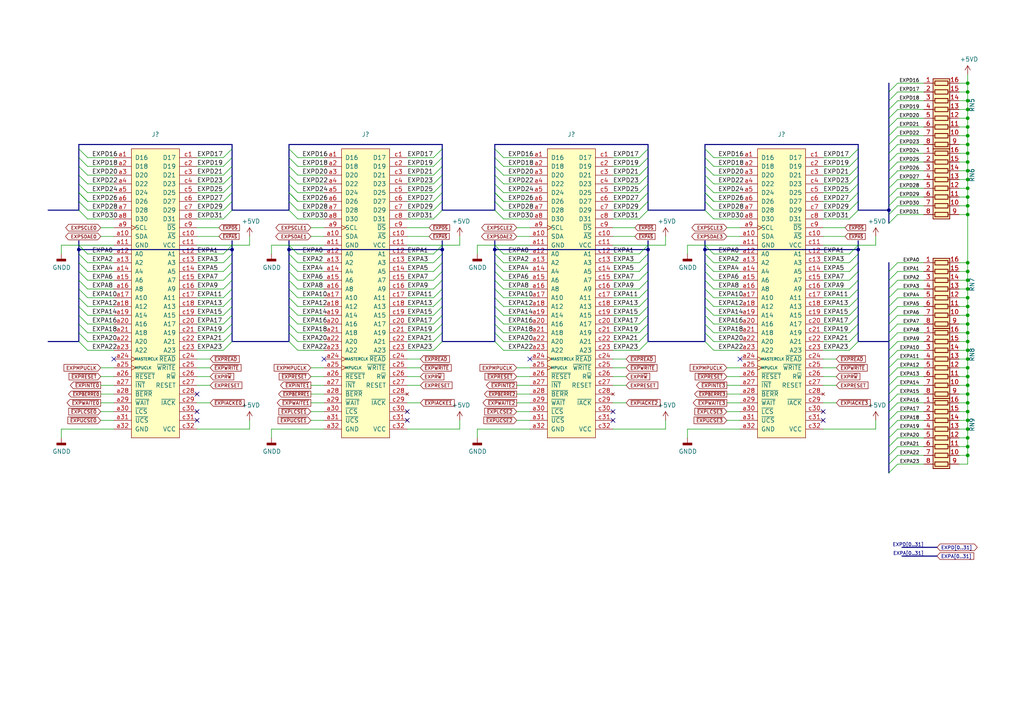
<source format=kicad_sch>
(kicad_sch (version 20211123) (generator eeschema)
  (paper "A4")
  (title_block (title "MAXI030 - 68030 based expandable computer") (date "2021-10-02") (comment 1 "Lawrence Manning"))
  (junction (at 280.67 24.13))
  (junction (at 280.67 86.36))
  (junction (at 280.67 88.9))
  (junction (at 22.86 72.39))
  (junction (at 280.67 57.15))
  (junction (at 248.92 72.39))
  (junction (at 128.27 72.39))
  (junction (at 280.67 121.92))
  (junction (at 280.67 29.21))
  (junction (at 280.67 93.98))
  (junction (at 280.67 59.69))
  (junction (at 280.67 36.83))
  (junction (at 280.67 99.06))
  (junction (at 280.67 116.84))
  (junction (at 280.67 46.99))
  (junction (at 280.67 106.68))
  (junction (at 280.67 52.07))
  (junction (at 83.82 72.39))
  (junction (at 280.67 81.28))
  (junction (at 67.31 72.39))
  (junction (at 280.67 34.29))
  (junction (at 280.67 119.38))
  (junction (at 280.67 39.37))
  (junction (at 280.67 104.14))
  (junction (at 280.67 76.2))
  (junction (at 280.67 83.82))
  (junction (at 280.67 91.44))
  (junction (at 280.67 96.52))
  (junction (at 280.67 129.54))
  (junction (at 280.67 62.23))
  (junction (at 280.67 44.45))
  (junction (at 187.96 72.39))
  (junction (at 204.47 72.39))
  (junction (at 280.67 41.91))
  (junction (at 280.67 49.53))
  (junction (at 280.67 127))
  (junction (at 280.67 54.61))
  (junction (at 280.67 31.75))
  (junction (at 280.67 132.08))
  (junction (at 280.67 101.6))
  (junction (at 280.67 111.76))
  (junction (at 280.67 78.74))
  (junction (at 280.67 114.3))
  (junction (at 280.67 124.46))
  (junction (at 280.67 26.67))
  (junction (at 143.51 72.39))
  (junction (at 280.67 109.22))
  (junction (at 257.81 60.96))
  (no_connect (at 57.15 121.92))
  (no_connect (at 118.11 121.92))
  (no_connect (at 153.67 104.14))
  (no_connect (at 177.8 119.38))
  (no_connect (at 33.02 104.14))
  (no_connect (at 238.76 119.38))
  (no_connect (at 57.15 119.38))
  (no_connect (at 177.8 121.92))
  (no_connect (at 214.63 104.14))
  (no_connect (at 238.76 121.92))
  (no_connect (at 93.98 104.14))
  (no_connect (at 57.15 114.3))
  (no_connect (at 118.11 119.38))
  (bus_entry (at 143.51 50.8) (size 2.54 2.54))
  (bus_entry (at 125.73 83.82) (size 2.54 -2.54))
  (bus_entry (at 83.82 96.52) (size 2.54 2.54))
  (bus_entry (at 143.51 78.74) (size 2.54 2.54))
  (bus_entry (at 143.51 83.82) (size 2.54 2.54))
  (bus_entry (at 64.77 99.06) (size 2.54 -2.54))
  (bus_entry (at 260.35 41.91) (size -2.54 2.54))
  (bus_entry (at 260.35 83.82) (size -2.54 2.54))
  (bus_entry (at 185.42 50.8) (size 2.54 -2.54))
  (bus_entry (at 83.82 48.26) (size 2.54 2.54))
  (bus_entry (at 204.47 88.9) (size 2.54 2.54))
  (bus_entry (at 125.73 48.26) (size 2.54 -2.54))
  (bus_entry (at 125.73 93.98) (size 2.54 -2.54))
  (bus_entry (at 246.38 73.66) (size 2.54 -2.54))
  (bus_entry (at 204.47 55.88) (size 2.54 2.54))
  (bus_entry (at 246.38 81.28) (size 2.54 -2.54))
  (bus_entry (at 260.35 132.08) (size -2.54 2.54))
  (bus_entry (at 143.51 58.42) (size 2.54 2.54))
  (bus_entry (at 143.51 48.26) (size 2.54 2.54))
  (bus_entry (at 260.35 114.3) (size -2.54 2.54))
  (bus_entry (at 185.42 45.72) (size 2.54 -2.54))
  (bus_entry (at 64.77 78.74) (size 2.54 -2.54))
  (bus_entry (at 260.35 54.61) (size -2.54 2.54))
  (bus_entry (at 204.47 43.18) (size 2.54 2.54))
  (bus_entry (at 22.86 60.96) (size 2.54 2.54))
  (bus_entry (at 64.77 55.88) (size 2.54 -2.54))
  (bus_entry (at 260.35 86.36) (size -2.54 2.54))
  (bus_entry (at 204.47 73.66) (size 2.54 2.54))
  (bus_entry (at 83.82 53.34) (size 2.54 2.54))
  (bus_entry (at 64.77 73.66) (size 2.54 -2.54))
  (bus_entry (at 22.86 78.74) (size 2.54 2.54))
  (bus_entry (at 185.42 86.36) (size 2.54 -2.54))
  (bus_entry (at 260.35 34.29) (size -2.54 2.54))
  (bus_entry (at 185.42 55.88) (size 2.54 -2.54))
  (bus_entry (at 260.35 99.06) (size -2.54 2.54))
  (bus_entry (at 125.73 63.5) (size 2.54 -2.54))
  (bus_entry (at 246.38 48.26) (size 2.54 -2.54))
  (bus_entry (at 246.38 91.44) (size 2.54 -2.54))
  (bus_entry (at 143.51 55.88) (size 2.54 2.54))
  (bus_entry (at 143.51 76.2) (size 2.54 2.54))
  (bus_entry (at 22.86 53.34) (size 2.54 2.54))
  (bus_entry (at 260.35 121.92) (size -2.54 2.54))
  (bus_entry (at 125.73 60.96) (size 2.54 -2.54))
  (bus_entry (at 260.35 124.46) (size -2.54 2.54))
  (bus_entry (at 260.35 76.2) (size -2.54 2.54))
  (bus_entry (at 143.51 60.96) (size 2.54 2.54))
  (bus_entry (at 64.77 96.52) (size 2.54 -2.54))
  (bus_entry (at 83.82 83.82) (size 2.54 2.54))
  (bus_entry (at 143.51 81.28) (size 2.54 2.54))
  (bus_entry (at 260.35 104.14) (size -2.54 2.54))
  (bus_entry (at 204.47 76.2) (size 2.54 2.54))
  (bus_entry (at 125.73 91.44) (size 2.54 -2.54))
  (bus_entry (at 260.35 57.15) (size -2.54 2.54))
  (bus_entry (at 246.38 93.98) (size 2.54 -2.54))
  (bus_entry (at 204.47 78.74) (size 2.54 2.54))
  (bus_entry (at 246.38 99.06) (size 2.54 -2.54))
  (bus_entry (at 260.35 78.74) (size -2.54 2.54))
  (bus_entry (at 260.35 93.98) (size -2.54 2.54))
  (bus_entry (at 125.73 73.66) (size 2.54 -2.54))
  (bus_entry (at 246.38 53.34) (size 2.54 -2.54))
  (bus_entry (at 246.38 83.82) (size 2.54 -2.54))
  (bus_entry (at 125.73 86.36) (size 2.54 -2.54))
  (bus_entry (at 125.73 53.34) (size 2.54 -2.54))
  (bus_entry (at 204.47 45.72) (size 2.54 2.54))
  (bus_entry (at 22.86 48.26) (size 2.54 2.54))
  (bus_entry (at 204.47 86.36) (size 2.54 2.54))
  (bus_entry (at 64.77 63.5) (size 2.54 -2.54))
  (bus_entry (at 22.86 91.44) (size 2.54 2.54))
  (bus_entry (at 260.35 116.84) (size -2.54 2.54))
  (bus_entry (at 143.51 71.12) (size 2.54 2.54))
  (bus_entry (at 22.86 55.88) (size 2.54 2.54))
  (bus_entry (at 246.38 58.42) (size 2.54 -2.54))
  (bus_entry (at 64.77 91.44) (size 2.54 -2.54))
  (bus_entry (at 185.42 91.44) (size 2.54 -2.54))
  (bus_entry (at 83.82 45.72) (size 2.54 2.54))
  (bus_entry (at 22.86 81.28) (size 2.54 2.54))
  (bus_entry (at 143.51 86.36) (size 2.54 2.54))
  (bus_entry (at 260.35 91.44) (size -2.54 2.54))
  (bus_entry (at 22.86 88.9) (size 2.54 2.54))
  (bus_entry (at 204.47 71.12) (size 2.54 2.54))
  (bus_entry (at 260.35 24.13) (size -2.54 2.54))
  (bus_entry (at 260.35 88.9) (size -2.54 2.54))
  (bus_entry (at 185.42 53.34) (size 2.54 -2.54))
  (bus_entry (at 260.35 36.83) (size -2.54 2.54))
  (bus_entry (at 143.51 43.18) (size 2.54 2.54))
  (bus_entry (at 260.35 119.38) (size -2.54 2.54))
  (bus_entry (at 185.42 101.6) (size 2.54 -2.54))
  (bus_entry (at 143.51 88.9) (size 2.54 2.54))
  (bus_entry (at 246.38 101.6) (size 2.54 -2.54))
  (bus_entry (at 143.51 96.52) (size 2.54 2.54))
  (bus_entry (at 125.73 76.2) (size 2.54 -2.54))
  (bus_entry (at 246.38 88.9) (size 2.54 -2.54))
  (bus_entry (at 260.35 101.6) (size -2.54 2.54))
  (bus_entry (at 246.38 63.5) (size 2.54 -2.54))
  (bus_entry (at 83.82 78.74) (size 2.54 2.54))
  (bus_entry (at 22.86 99.06) (size 2.54 2.54))
  (bus_entry (at 83.82 60.96) (size 2.54 2.54))
  (bus_entry (at 260.35 109.22) (size -2.54 2.54))
  (bus_entry (at 143.51 45.72) (size 2.54 2.54))
  (bus_entry (at 204.47 81.28) (size 2.54 2.54))
  (bus_entry (at 204.47 96.52) (size 2.54 2.54))
  (bus_entry (at 125.73 50.8) (size 2.54 -2.54))
  (bus_entry (at 125.73 45.72) (size 2.54 -2.54))
  (bus_entry (at 22.86 93.98) (size 2.54 2.54))
  (bus_entry (at 64.77 101.6) (size 2.54 -2.54))
  (bus_entry (at 204.47 99.06) (size 2.54 2.54))
  (bus_entry (at 83.82 91.44) (size 2.54 2.54))
  (bus_entry (at 64.77 50.8) (size 2.54 -2.54))
  (bus_entry (at 64.77 53.34) (size 2.54 -2.54))
  (bus_entry (at 64.77 48.26) (size 2.54 -2.54))
  (bus_entry (at 204.47 60.96) (size 2.54 2.54))
  (bus_entry (at 246.38 78.74) (size 2.54 -2.54))
  (bus_entry (at 83.82 93.98) (size 2.54 2.54))
  (bus_entry (at 204.47 55.88) (size 2.54 2.54))
  (bus_entry (at 22.86 45.72) (size 2.54 2.54))
  (bus_entry (at 125.73 78.74) (size 2.54 -2.54))
  (bus_entry (at 64.77 88.9) (size 2.54 -2.54))
  (bus_entry (at 83.82 81.28) (size 2.54 2.54))
  (bus_entry (at 64.77 93.98) (size 2.54 -2.54))
  (bus_entry (at 83.82 50.8) (size 2.54 2.54))
  (bus_entry (at 185.42 76.2) (size 2.54 -2.54))
  (bus_entry (at 22.86 73.66) (size 2.54 2.54))
  (bus_entry (at 22.86 83.82) (size 2.54 2.54))
  (bus_entry (at 204.47 93.98) (size 2.54 2.54))
  (bus_entry (at 204.47 50.8) (size 2.54 2.54))
  (bus_entry (at 246.38 55.88) (size 2.54 -2.54))
  (bus_entry (at 246.38 76.2) (size 2.54 -2.54))
  (bus_entry (at 185.42 83.82) (size 2.54 -2.54))
  (bus_entry (at 260.35 44.45) (size -2.54 2.54))
  (bus_entry (at 185.42 78.74) (size 2.54 -2.54))
  (bus_entry (at 125.73 88.9) (size 2.54 -2.54))
  (bus_entry (at 83.82 99.06) (size 2.54 2.54))
  (bus_entry (at 83.82 55.88) (size 2.54 2.54))
  (bus_entry (at 260.35 106.68) (size -2.54 2.54))
  (bus_entry (at 246.38 45.72) (size 2.54 -2.54))
  (bus_entry (at 83.82 76.2) (size 2.54 2.54))
  (bus_entry (at 64.77 81.28) (size 2.54 -2.54))
  (bus_entry (at 83.82 71.12) (size 2.54 2.54))
  (bus_entry (at 260.35 49.53) (size -2.54 2.54))
  (bus_entry (at 260.35 62.23) (size -2.54 2.54))
  (bus_entry (at 22.86 43.18) (size 2.54 2.54))
  (bus_entry (at 185.42 58.42) (size 2.54 -2.54))
  (bus_entry (at 246.38 96.52) (size 2.54 -2.54))
  (bus_entry (at 260.35 129.54) (size -2.54 2.54))
  (bus_entry (at 260.35 81.28) (size -2.54 2.54))
  (bus_entry (at 143.51 99.06) (size 2.54 2.54))
  (bus_entry (at 143.51 73.66) (size 2.54 2.54))
  (bus_entry (at 185.42 63.5) (size 2.54 -2.54))
  (bus_entry (at 83.82 58.42) (size 2.54 2.54))
  (bus_entry (at 260.35 127) (size -2.54 2.54))
  (bus_entry (at 125.73 99.06) (size 2.54 -2.54))
  (bus_entry (at 125.73 96.52) (size 2.54 -2.54))
  (bus_entry (at 22.86 76.2) (size 2.54 2.54))
  (bus_entry (at 83.82 86.36) (size 2.54 2.54))
  (bus_entry (at 22.86 58.42) (size 2.54 2.54))
  (bus_entry (at 246.38 50.8) (size 2.54 -2.54))
  (bus_entry (at 64.77 86.36) (size 2.54 -2.54))
  (bus_entry (at 185.42 81.28) (size 2.54 -2.54))
  (bus_entry (at 185.42 99.06) (size 2.54 -2.54))
  (bus_entry (at 204.47 48.26) (size 2.54 2.54))
  (bus_entry (at 204.47 58.42) (size 2.54 2.54))
  (bus_entry (at 64.77 60.96) (size 2.54 -2.54))
  (bus_entry (at 83.82 55.88) (size 2.54 2.54))
  (bus_entry (at 125.73 81.28) (size 2.54 -2.54))
  (bus_entry (at 125.73 55.88) (size 2.54 -2.54))
  (bus_entry (at 83.82 73.66) (size 2.54 2.54))
  (bus_entry (at 185.42 88.9) (size 2.54 -2.54))
  (bus_entry (at 22.86 96.52) (size 2.54 2.54))
  (bus_entry (at 22.86 50.8) (size 2.54 2.54))
  (bus_entry (at 204.47 91.44) (size 2.54 2.54))
  (bus_entry (at 260.35 39.37) (size -2.54 2.54))
  (bus_entry (at 260.35 46.99) (size -2.54 2.54))
  (bus_entry (at 22.86 86.36) (size 2.54 2.54))
  (bus_entry (at 204.47 53.34) (size 2.54 2.54))
  (bus_entry (at 185.42 60.96) (size 2.54 -2.54))
  (bus_entry (at 246.38 86.36) (size 2.54 -2.54))
  (bus_entry (at 260.35 26.67) (size -2.54 2.54))
  (bus_entry (at 64.77 58.42) (size 2.54 -2.54))
  (bus_entry (at 143.51 91.44) (size 2.54 2.54))
  (bus_entry (at 83.82 88.9) (size 2.54 2.54))
  (bus_entry (at 260.35 134.62) (size -2.54 2.54))
  (bus_entry (at 83.82 43.18) (size 2.54 2.54))
  (bus_entry (at 125.73 101.6) (size 2.54 -2.54))
  (bus_entry (at 22.86 55.88) (size 2.54 2.54))
  (bus_entry (at 260.35 29.21) (size -2.54 2.54))
  (bus_entry (at 125.73 58.42) (size 2.54 -2.54))
  (bus_entry (at 185.42 96.52) (size 2.54 -2.54))
  (bus_entry (at 143.51 55.88) (size 2.54 2.54))
  (bus_entry (at 64.77 83.82) (size 2.54 -2.54))
  (bus_entry (at 22.86 71.12) (size 2.54 2.54))
  (bus_entry (at 64.77 45.72) (size 2.54 -2.54))
  (bus_entry (at 260.35 52.07) (size -2.54 2.54))
  (bus_entry (at 185.42 48.26) (size 2.54 -2.54))
  (bus_entry (at 260.35 31.75) (size -2.54 2.54))
  (bus_entry (at 64.77 76.2) (size 2.54 -2.54))
  (bus_entry (at 260.35 111.76) (size -2.54 2.54))
  (bus_entry (at 143.51 93.98) (size 2.54 2.54))
  (bus_entry (at 185.42 73.66) (size 2.54 -2.54))
  (bus_entry (at 260.35 59.69) (size -2.54 2.54))
  (bus_entry (at 260.35 96.52) (size -2.54 2.54))
  (bus_entry (at 204.47 83.82) (size 2.54 2.54))
  (bus_entry (at 143.51 53.34) (size 2.54 2.54))
  (bus_entry (at 246.38 60.96) (size 2.54 -2.54))
  (bus_entry (at 185.42 93.98) (size 2.54 -2.54))
  (bus (pts (xy 204.47 55.88) (xy 204.47 58.42)))
  (wire (pts (xy 93.98 60.96) (xy 86.36 60.96)))
  (wire (pts (xy 280.67 62.23) (xy 280.67 76.2)))
  (wire (pts (xy 125.73 93.98) (xy 118.11 93.98)))
  (wire (pts (xy 64.77 76.2) (xy 57.15 76.2)))
  (wire (pts (xy 267.97 29.21) (xy 260.35 29.21)))
  (wire (pts (xy 143.51 71.12) (xy 153.67 71.12)))
  (bus (pts (xy 83.82 88.9) (xy 83.82 91.44)))
  (wire (pts (xy 33.02 45.72) (xy 25.4 45.72)))
  (wire (pts (xy 93.98 114.3) (xy 90.17 114.3)))
  (wire (pts (xy 83.82 71.12) (xy 93.98 71.12)))
  (wire (pts (xy 93.98 111.76) (xy 90.17 111.76)))
  (wire (pts (xy 280.67 76.2) (xy 280.67 78.74)))
  (bus (pts (xy 22.86 72.39) (xy 67.31 72.39)))
  (wire (pts (xy 278.13 104.14) (xy 280.67 104.14)))
  (bus (pts (xy 248.92 43.18) (xy 248.92 45.72)))
  (bus (pts (xy 143.51 71.12) (xy 143.51 72.39)))
  (bus (pts (xy 67.31 43.18) (xy 67.31 45.72)))
  (bus (pts (xy 83.82 86.36) (xy 83.82 88.9)))
  (bus (pts (xy 257.81 124.46) (xy 257.81 127)))
  (wire (pts (xy 199.39 71.12) (xy 204.47 71.12)))
  (bus (pts (xy 248.92 48.26) (xy 248.92 50.8)))
  (wire (pts (xy 185.42 99.06) (xy 177.8 99.06)))
  (wire (pts (xy 280.67 96.52) (xy 280.67 99.06)))
  (wire (pts (xy 238.76 116.84) (xy 242.57 116.84)))
  (bus (pts (xy 83.82 83.82) (xy 83.82 86.36)))
  (bus (pts (xy 257.81 76.2) (xy 257.81 78.74)))
  (bus (pts (xy 143.51 41.91) (xy 143.51 43.18)))
  (wire (pts (xy 153.67 45.72) (xy 146.05 45.72)))
  (bus (pts (xy 204.47 76.2) (xy 204.47 78.74)))
  (wire (pts (xy 133.35 124.46) (xy 133.35 121.92)))
  (bus (pts (xy 257.81 60.96) (xy 257.81 62.23)))
  (bus (pts (xy 83.82 72.39) (xy 83.82 73.66)))
  (wire (pts (xy 210.82 66.04) (xy 214.63 66.04)))
  (wire (pts (xy 33.02 106.68) (xy 29.21 106.68)))
  (bus (pts (xy 257.81 62.23) (xy 257.81 64.77)))
  (wire (pts (xy 214.63 73.66) (xy 207.01 73.66)))
  (wire (pts (xy 193.04 71.12) (xy 193.04 68.58)))
  (wire (pts (xy 33.02 60.96) (xy 25.4 60.96)))
  (wire (pts (xy 214.63 50.8) (xy 207.01 50.8)))
  (wire (pts (xy 93.98 55.88) (xy 86.36 55.88)))
  (wire (pts (xy 278.13 124.46) (xy 280.67 124.46)))
  (bus (pts (xy 257.81 36.83) (xy 257.81 39.37)))
  (wire (pts (xy 177.8 48.26) (xy 185.42 48.26)))
  (wire (pts (xy 278.13 88.9) (xy 280.67 88.9)))
  (wire (pts (xy 246.38 101.6) (xy 238.76 101.6)))
  (wire (pts (xy 267.97 81.28) (xy 260.35 81.28)))
  (wire (pts (xy 185.42 91.44) (xy 177.8 91.44)))
  (wire (pts (xy 214.63 60.96) (xy 207.01 60.96)))
  (bus (pts (xy 257.81 78.74) (xy 257.81 81.28)))
  (wire (pts (xy 267.97 26.67) (xy 260.35 26.67)))
  (bus (pts (xy 248.92 50.8) (xy 248.92 53.34)))
  (bus (pts (xy 204.47 96.52) (xy 204.47 99.06)))
  (wire (pts (xy 153.67 55.88) (xy 146.05 55.88)))
  (bus (pts (xy 187.96 71.12) (xy 187.96 72.39)))
  (bus (pts (xy 143.51 50.8) (xy 143.51 53.34)))
  (wire (pts (xy 278.13 29.21) (xy 280.67 29.21)))
  (bus (pts (xy 67.31 99.06) (xy 83.82 99.06)))
  (bus (pts (xy 257.81 46.99) (xy 257.81 49.53)))
  (wire (pts (xy 149.86 119.38) (xy 153.67 119.38)))
  (bus (pts (xy 128.27 93.98) (xy 128.27 96.52)))
  (wire (pts (xy 267.97 127) (xy 260.35 127)))
  (bus (pts (xy 143.51 58.42) (xy 143.51 60.96)))
  (bus (pts (xy 67.31 60.96) (xy 83.82 60.96)))
  (wire (pts (xy 125.73 99.06) (xy 118.11 99.06)))
  (bus (pts (xy 22.86 72.39) (xy 22.86 73.66)))
  (wire (pts (xy 278.13 99.06) (xy 280.67 99.06)))
  (wire (pts (xy 280.67 31.75) (xy 280.67 29.21)))
  (wire (pts (xy 64.77 81.28) (xy 57.15 81.28)))
  (wire (pts (xy 177.8 71.12) (xy 187.96 71.12)))
  (bus (pts (xy 67.31 73.66) (xy 67.31 76.2)))
  (bus (pts (xy 257.81 99.06) (xy 257.81 101.6)))
  (bus (pts (xy 22.86 86.36) (xy 22.86 88.9)))
  (wire (pts (xy 242.57 106.68) (xy 238.76 106.68)))
  (bus (pts (xy 67.31 41.91) (xy 22.86 41.91)))
  (wire (pts (xy 210.82 121.92) (xy 214.63 121.92)))
  (bus (pts (xy 22.86 93.98) (xy 22.86 96.52)))
  (wire (pts (xy 153.67 63.5) (xy 146.05 63.5)))
  (wire (pts (xy 153.67 48.26) (xy 146.05 48.26)))
  (bus (pts (xy 261.62 158.75) (xy 271.78 158.75)))
  (wire (pts (xy 278.13 83.82) (xy 280.67 83.82)))
  (wire (pts (xy 210.82 116.84) (xy 214.63 116.84)))
  (bus (pts (xy 187.96 91.44) (xy 187.96 93.98)))
  (bus (pts (xy 257.81 29.21) (xy 257.81 31.75)))
  (wire (pts (xy 267.97 34.29) (xy 260.35 34.29)))
  (wire (pts (xy 33.02 68.58) (xy 29.21 68.58)))
  (bus (pts (xy 83.82 93.98) (xy 83.82 96.52)))
  (wire (pts (xy 267.97 132.08) (xy 260.35 132.08)))
  (wire (pts (xy 278.13 134.62) (xy 280.67 134.62)))
  (wire (pts (xy 181.61 109.22) (xy 177.8 109.22)))
  (wire (pts (xy 118.11 48.26) (xy 125.73 48.26)))
  (bus (pts (xy 187.96 48.26) (xy 187.96 50.8)))
  (bus (pts (xy 257.81 116.84) (xy 257.81 119.38)))
  (bus (pts (xy 143.51 93.98) (xy 143.51 96.52)))
  (bus (pts (xy 128.27 48.26) (xy 128.27 50.8)))
  (bus (pts (xy 22.86 41.91) (xy 22.86 43.18)))
  (bus (pts (xy 248.92 72.39) (xy 248.92 73.66)))
  (wire (pts (xy 280.67 36.83) (xy 280.67 34.29)))
  (wire (pts (xy 138.43 73.66) (xy 138.43 71.12)))
  (wire (pts (xy 267.97 83.82) (xy 260.35 83.82)))
  (wire (pts (xy 138.43 71.12) (xy 143.51 71.12)))
  (bus (pts (xy 187.96 96.52) (xy 187.96 99.06)))
  (wire (pts (xy 149.86 66.04) (xy 153.67 66.04)))
  (wire (pts (xy 33.02 55.88) (xy 25.4 55.88)))
  (wire (pts (xy 267.97 59.69) (xy 260.35 59.69)))
  (bus (pts (xy 204.47 53.34) (xy 204.47 55.88)))
  (bus (pts (xy 22.86 83.82) (xy 22.86 86.36)))
  (wire (pts (xy 185.42 78.74) (xy 177.8 78.74)))
  (wire (pts (xy 246.38 88.9) (xy 238.76 88.9)))
  (wire (pts (xy 187.96 71.12) (xy 193.04 71.12)))
  (wire (pts (xy 214.63 76.2) (xy 207.01 76.2)))
  (wire (pts (xy 121.92 104.14) (xy 118.11 104.14)))
  (wire (pts (xy 267.97 76.2) (xy 260.35 76.2)))
  (wire (pts (xy 33.02 78.74) (xy 25.4 78.74)))
  (wire (pts (xy 278.13 114.3) (xy 280.67 114.3)))
  (wire (pts (xy 238.76 124.46) (xy 254 124.46)))
  (wire (pts (xy 267.97 39.37) (xy 260.35 39.37)))
  (bus (pts (xy 187.96 41.91) (xy 187.96 43.18)))
  (wire (pts (xy 280.67 93.98) (xy 280.67 96.52)))
  (bus (pts (xy 257.81 109.22) (xy 257.81 111.76)))
  (wire (pts (xy 278.13 127) (xy 280.67 127)))
  (wire (pts (xy 57.15 71.12) (xy 67.31 71.12)))
  (wire (pts (xy 177.8 53.34) (xy 185.42 53.34)))
  (bus (pts (xy 257.81 114.3) (xy 257.81 116.84)))
  (bus (pts (xy 67.31 72.39) (xy 67.31 73.66)))
  (wire (pts (xy 278.13 111.76) (xy 280.67 111.76)))
  (wire (pts (xy 267.97 41.91) (xy 260.35 41.91)))
  (bus (pts (xy 67.31 83.82) (xy 67.31 86.36)))
  (wire (pts (xy 177.8 50.8) (xy 185.42 50.8)))
  (wire (pts (xy 153.67 50.8) (xy 146.05 50.8)))
  (wire (pts (xy 278.13 81.28) (xy 280.67 81.28)))
  (wire (pts (xy 153.67 114.3) (xy 149.86 114.3)))
  (bus (pts (xy 67.31 93.98) (xy 67.31 96.52)))
  (wire (pts (xy 278.13 109.22) (xy 280.67 109.22)))
  (wire (pts (xy 29.21 121.92) (xy 33.02 121.92)))
  (bus (pts (xy 187.96 86.36) (xy 187.96 88.9)))
  (wire (pts (xy 153.67 53.34) (xy 146.05 53.34)))
  (wire (pts (xy 278.13 36.83) (xy 280.67 36.83)))
  (bus (pts (xy 187.96 76.2) (xy 187.96 78.74)))
  (wire (pts (xy 214.63 83.82) (xy 207.01 83.82)))
  (wire (pts (xy 254 71.12) (xy 254 68.58)))
  (bus (pts (xy 257.81 57.15) (xy 257.81 59.69)))
  (wire (pts (xy 153.67 88.9) (xy 146.05 88.9)))
  (wire (pts (xy 199.39 124.46) (xy 199.39 127)))
  (bus (pts (xy 22.86 69.85) (xy 22.86 71.12)))
  (wire (pts (xy 280.67 96.52) (xy 278.13 96.52)))
  (bus (pts (xy 83.82 58.42) (xy 83.82 60.96)))
  (wire (pts (xy 238.76 48.26) (xy 246.38 48.26)))
  (wire (pts (xy 64.77 99.06) (xy 57.15 99.06)))
  (wire (pts (xy 278.13 26.67) (xy 280.67 26.67)))
  (wire (pts (xy 280.67 119.38) (xy 280.67 121.92)))
  (bus (pts (xy 204.47 41.91) (xy 204.47 43.18)))
  (wire (pts (xy 185.42 81.28) (xy 177.8 81.28)))
  (bus (pts (xy 128.27 58.42) (xy 128.27 60.96)))
  (wire (pts (xy 280.67 127) (xy 280.67 129.54)))
  (bus (pts (xy 67.31 71.12) (xy 67.31 72.39)))
  (bus (pts (xy 128.27 81.28) (xy 128.27 83.82)))
  (wire (pts (xy 185.42 73.66) (xy 177.8 73.66)))
  (bus (pts (xy 204.47 50.8) (xy 204.47 53.34)))
  (wire (pts (xy 280.67 91.44) (xy 280.67 93.98)))
  (wire (pts (xy 242.57 104.14) (xy 238.76 104.14)))
  (wire (pts (xy 177.8 45.72) (xy 185.42 45.72)))
  (wire (pts (xy 238.76 58.42) (xy 246.38 58.42)))
  (wire (pts (xy 280.67 29.21) (xy 280.67 26.67)))
  (bus (pts (xy 128.27 72.39) (xy 128.27 73.66)))
  (wire (pts (xy 177.8 60.96) (xy 185.42 60.96)))
  (bus (pts (xy 22.86 55.88) (xy 22.86 58.42)))
  (wire (pts (xy 278.13 119.38) (xy 280.67 119.38)))
  (wire (pts (xy 267.97 91.44) (xy 260.35 91.44)))
  (wire (pts (xy 267.97 57.15) (xy 260.35 57.15)))
  (wire (pts (xy 185.42 93.98) (xy 177.8 93.98)))
  (bus (pts (xy 67.31 55.88) (xy 67.31 58.42)))
  (wire (pts (xy 78.74 71.12) (xy 83.82 71.12)))
  (wire (pts (xy 90.17 121.92) (xy 93.98 121.92)))
  (wire (pts (xy 280.67 44.45) (xy 280.67 46.99)))
  (wire (pts (xy 177.8 58.42) (xy 185.42 58.42)))
  (bus (pts (xy 83.82 81.28) (xy 83.82 83.82)))
  (bus (pts (xy 67.31 96.52) (xy 67.31 99.06)))
  (wire (pts (xy 125.73 76.2) (xy 118.11 76.2)))
  (wire (pts (xy 185.42 101.6) (xy 177.8 101.6)))
  (wire (pts (xy 64.77 96.52) (xy 57.15 96.52)))
  (bus (pts (xy 22.86 99.06) (xy 13.97 99.06)))
  (bus (pts (xy 187.96 78.74) (xy 187.96 81.28)))
  (wire (pts (xy 280.67 83.82) (xy 280.67 86.36)))
  (bus (pts (xy 83.82 69.85) (xy 83.82 71.12)))
  (wire (pts (xy 125.73 88.9) (xy 118.11 88.9)))
  (wire (pts (xy 280.67 78.74) (xy 280.67 81.28)))
  (bus (pts (xy 187.96 72.39) (xy 187.96 73.66)))
  (bus (pts (xy 22.86 60.96) (xy 13.97 60.96)))
  (wire (pts (xy 133.35 71.12) (xy 133.35 68.58)))
  (wire (pts (xy 199.39 124.46) (xy 214.63 124.46)))
  (wire (pts (xy 278.13 91.44) (xy 280.67 91.44)))
  (wire (pts (xy 280.67 54.61) (xy 280.67 57.15)))
  (wire (pts (xy 93.98 88.9) (xy 86.36 88.9)))
  (wire (pts (xy 33.02 99.06) (xy 25.4 99.06)))
  (wire (pts (xy 125.73 101.6) (xy 118.11 101.6)))
  (wire (pts (xy 214.63 99.06) (xy 207.01 99.06)))
  (bus (pts (xy 248.92 41.91) (xy 248.92 43.18)))
  (wire (pts (xy 267.97 36.83) (xy 260.35 36.83)))
  (wire (pts (xy 267.97 88.9) (xy 260.35 88.9)))
  (wire (pts (xy 29.21 119.38) (xy 33.02 119.38)))
  (wire (pts (xy 64.77 83.82) (xy 57.15 83.82)))
  (wire (pts (xy 93.98 48.26) (xy 86.36 48.26)))
  (wire (pts (xy 93.98 63.5) (xy 86.36 63.5)))
  (bus (pts (xy 257.81 83.82) (xy 257.81 86.36)))
  (wire (pts (xy 214.63 58.42) (xy 207.01 58.42)))
  (bus (pts (xy 257.81 41.91) (xy 257.81 44.45)))
  (wire (pts (xy 280.67 88.9) (xy 280.67 91.44)))
  (wire (pts (xy 267.97 46.99) (xy 260.35 46.99)))
  (wire (pts (xy 280.67 44.45) (xy 278.13 44.45)))
  (wire (pts (xy 153.67 111.76) (xy 149.86 111.76)))
  (bus (pts (xy 22.86 76.2) (xy 22.86 78.74)))
  (wire (pts (xy 153.67 109.22) (xy 149.86 109.22)))
  (wire (pts (xy 280.67 121.92) (xy 280.67 124.46)))
  (wire (pts (xy 267.97 62.23) (xy 260.35 62.23)))
  (wire (pts (xy 181.61 104.14) (xy 177.8 104.14)))
  (wire (pts (xy 267.97 24.13) (xy 260.35 24.13)))
  (wire (pts (xy 280.67 46.99) (xy 280.67 49.53)))
  (bus (pts (xy 257.81 91.44) (xy 257.81 93.98)))
  (wire (pts (xy 278.13 52.07) (xy 280.67 52.07)))
  (wire (pts (xy 33.02 58.42) (xy 25.4 58.42)))
  (wire (pts (xy 278.13 31.75) (xy 280.67 31.75)))
  (bus (pts (xy 204.47 45.72) (xy 204.47 48.26)))
  (bus (pts (xy 248.92 45.72) (xy 248.92 48.26)))
  (wire (pts (xy 278.13 132.08) (xy 280.67 132.08)))
  (wire (pts (xy 153.67 83.82) (xy 146.05 83.82)))
  (wire (pts (xy 267.97 54.61) (xy 260.35 54.61)))
  (wire (pts (xy 246.38 73.66) (xy 238.76 73.66)))
  (bus (pts (xy 128.27 96.52) (xy 128.27 99.06)))
  (wire (pts (xy 214.63 91.44) (xy 207.01 91.44)))
  (wire (pts (xy 33.02 73.66) (xy 25.4 73.66)))
  (bus (pts (xy 128.27 50.8) (xy 128.27 53.34)))
  (wire (pts (xy 93.98 83.82) (xy 86.36 83.82)))
  (wire (pts (xy 242.57 111.76) (xy 238.76 111.76)))
  (wire (pts (xy 238.76 45.72) (xy 246.38 45.72)))
  (wire (pts (xy 238.76 63.5) (xy 246.38 63.5)))
  (wire (pts (xy 278.13 49.53) (xy 280.67 49.53)))
  (wire (pts (xy 93.98 109.22) (xy 90.17 109.22)))
  (wire (pts (xy 33.02 88.9) (xy 25.4 88.9)))
  (wire (pts (xy 60.96 111.76) (xy 57.15 111.76)))
  (wire (pts (xy 278.13 34.29) (xy 280.67 34.29)))
  (bus (pts (xy 22.86 45.72) (xy 22.86 48.26)))
  (wire (pts (xy 199.39 73.66) (xy 199.39 71.12)))
  (wire (pts (xy 267.97 44.45) (xy 260.35 44.45)))
  (wire (pts (xy 214.63 93.98) (xy 207.01 93.98)))
  (bus (pts (xy 248.92 55.88) (xy 248.92 58.42)))
  (bus (pts (xy 83.82 50.8) (xy 83.82 53.34)))
  (wire (pts (xy 214.63 78.74) (xy 207.01 78.74)))
  (bus (pts (xy 143.51 78.74) (xy 143.51 81.28)))
  (wire (pts (xy 280.67 24.13) (xy 278.13 24.13)))
  (wire (pts (xy 267.97 104.14) (xy 260.35 104.14)))
  (wire (pts (xy 214.63 63.5) (xy 207.01 63.5)))
  (bus (pts (xy 143.51 55.88) (xy 143.51 58.42)))
  (wire (pts (xy 33.02 93.98) (xy 25.4 93.98)))
  (wire (pts (xy 125.73 91.44) (xy 118.11 91.44)))
  (bus (pts (xy 143.51 72.39) (xy 187.96 72.39)))
  (bus (pts (xy 248.92 88.9) (xy 248.92 91.44)))
  (wire (pts (xy 57.15 68.58) (xy 63.5 68.58)))
  (wire (pts (xy 125.73 81.28) (xy 118.11 81.28)))
  (wire (pts (xy 242.57 109.22) (xy 238.76 109.22)))
  (bus (pts (xy 67.31 48.26) (xy 67.31 50.8)))
  (wire (pts (xy 93.98 53.34) (xy 86.36 53.34)))
  (wire (pts (xy 121.92 106.68) (xy 118.11 106.68)))
  (wire (pts (xy 267.97 121.92) (xy 260.35 121.92)))
  (bus (pts (xy 187.96 99.06) (xy 204.47 99.06)))
  (wire (pts (xy 267.97 93.98) (xy 260.35 93.98)))
  (wire (pts (xy 57.15 45.72) (xy 64.77 45.72)))
  (bus (pts (xy 248.92 76.2) (xy 248.92 78.74)))
  (bus (pts (xy 257.81 24.13) (xy 257.81 26.67)))
  (bus (pts (xy 204.47 83.82) (xy 204.47 86.36)))
  (wire (pts (xy 181.61 111.76) (xy 177.8 111.76)))
  (wire (pts (xy 214.63 101.6) (xy 207.01 101.6)))
  (bus (pts (xy 22.86 58.42) (xy 22.86 60.96)))
  (bus (pts (xy 143.51 86.36) (xy 143.51 88.9)))
  (bus (pts (xy 22.86 50.8) (xy 22.86 53.34)))
  (bus (pts (xy 143.51 72.39) (xy 143.51 73.66)))
  (wire (pts (xy 153.67 93.98) (xy 146.05 93.98)))
  (wire (pts (xy 33.02 63.5) (xy 25.4 63.5)))
  (wire (pts (xy 64.77 93.98) (xy 57.15 93.98)))
  (bus (pts (xy 128.27 69.85) (xy 128.27 71.12)))
  (wire (pts (xy 118.11 53.34) (xy 125.73 53.34)))
  (wire (pts (xy 118.11 60.96) (xy 125.73 60.96)))
  (wire (pts (xy 267.97 134.62) (xy 260.35 134.62)))
  (wire (pts (xy 33.02 111.76) (xy 29.21 111.76)))
  (wire (pts (xy 67.31 71.12) (xy 72.39 71.12)))
  (wire (pts (xy 64.77 88.9) (xy 57.15 88.9)))
  (wire (pts (xy 57.15 60.96) (xy 64.77 60.96)))
  (bus (pts (xy 143.51 69.85) (xy 143.51 71.12)))
  (wire (pts (xy 267.97 78.74) (xy 260.35 78.74)))
  (wire (pts (xy 267.97 109.22) (xy 260.35 109.22)))
  (bus (pts (xy 204.47 71.12) (xy 204.47 72.39)))
  (wire (pts (xy 238.76 68.58) (xy 245.11 68.58)))
  (wire (pts (xy 64.77 101.6) (xy 57.15 101.6)))
  (wire (pts (xy 278.13 101.6) (xy 280.67 101.6)))
  (wire (pts (xy 246.38 76.2) (xy 238.76 76.2)))
  (wire (pts (xy 267.97 31.75) (xy 260.35 31.75)))
  (wire (pts (xy 57.15 50.8) (xy 64.77 50.8)))
  (wire (pts (xy 153.67 96.52) (xy 146.05 96.52)))
  (wire (pts (xy 17.78 124.46) (xy 17.78 127)))
  (bus (pts (xy 248.92 58.42) (xy 248.92 60.96)))
  (wire (pts (xy 60.96 106.68) (xy 57.15 106.68)))
  (wire (pts (xy 267.97 99.06) (xy 260.35 99.06)))
  (wire (pts (xy 278.13 62.23) (xy 280.67 62.23)))
  (wire (pts (xy 72.39 71.12) (xy 72.39 68.58)))
  (wire (pts (xy 278.13 41.91) (xy 280.67 41.91)))
  (wire (pts (xy 90.17 116.84) (xy 93.98 116.84)))
  (bus (pts (xy 83.82 91.44) (xy 83.82 93.98)))
  (bus (pts (xy 128.27 76.2) (xy 128.27 78.74)))
  (wire (pts (xy 93.98 81.28) (xy 86.36 81.28)))
  (bus (pts (xy 143.51 45.72) (xy 143.51 48.26)))
  (bus (pts (xy 187.96 81.28) (xy 187.96 83.82)))
  (wire (pts (xy 267.97 124.46) (xy 260.35 124.46)))
  (wire (pts (xy 118.11 71.12) (xy 128.27 71.12)))
  (wire (pts (xy 57.15 48.26) (xy 64.77 48.26)))
  (wire (pts (xy 125.73 96.52) (xy 118.11 96.52)))
  (bus (pts (xy 128.27 53.34) (xy 128.27 55.88)))
  (wire (pts (xy 153.67 58.42) (xy 146.05 58.42)))
  (bus (pts (xy 204.47 58.42) (xy 204.47 60.96)))
  (bus (pts (xy 22.86 53.34) (xy 22.86 55.88)))
  (wire (pts (xy 153.67 86.36) (xy 146.05 86.36)))
  (bus (pts (xy 257.81 106.68) (xy 257.81 109.22)))
  (wire (pts (xy 280.67 86.36) (xy 280.67 88.9)))
  (bus (pts (xy 257.81 54.61) (xy 257.81 57.15)))
  (bus (pts (xy 22.86 48.26) (xy 22.86 50.8)))
  (wire (pts (xy 93.98 86.36) (xy 86.36 86.36)))
  (wire (pts (xy 22.86 71.12) (xy 33.02 71.12)))
  (wire (pts (xy 214.63 86.36) (xy 207.01 86.36)))
  (wire (pts (xy 177.8 66.04) (xy 184.15 66.04)))
  (wire (pts (xy 57.15 55.88) (xy 64.77 55.88)))
  (bus (pts (xy 128.27 86.36) (xy 128.27 88.9)))
  (bus (pts (xy 257.81 132.08) (xy 257.81 134.62)))
  (bus (pts (xy 261.62 161.29) (xy 271.78 161.29)))
  (bus (pts (xy 257.81 86.36) (xy 257.81 88.9)))
  (wire (pts (xy 33.02 83.82) (xy 25.4 83.82)))
  (wire (pts (xy 278.13 46.99) (xy 280.67 46.99)))
  (wire (pts (xy 278.13 129.54) (xy 280.67 129.54)))
  (wire (pts (xy 267.97 111.76) (xy 260.35 111.76)))
  (bus (pts (xy 67.31 69.85) (xy 67.31 71.12)))
  (wire (pts (xy 153.67 78.74) (xy 146.05 78.74)))
  (bus (pts (xy 83.82 45.72) (xy 83.82 48.26)))
  (wire (pts (xy 185.42 76.2) (xy 177.8 76.2)))
  (bus (pts (xy 204.47 73.66) (xy 204.47 76.2)))
  (wire (pts (xy 193.04 124.46) (xy 193.04 121.92)))
  (bus (pts (xy 248.92 71.12) (xy 248.92 72.39)))
  (wire (pts (xy 153.67 99.06) (xy 146.05 99.06)))
  (bus (pts (xy 187.96 73.66) (xy 187.96 76.2)))
  (wire (pts (xy 246.38 83.82) (xy 238.76 83.82)))
  (wire (pts (xy 280.67 52.07) (xy 280.67 54.61)))
  (wire (pts (xy 60.96 109.22) (xy 57.15 109.22)))
  (bus (pts (xy 248.92 96.52) (xy 248.92 99.06)))
  (bus (pts (xy 248.92 93.98) (xy 248.92 96.52)))
  (wire (pts (xy 17.78 73.66) (xy 17.78 71.12)))
  (wire (pts (xy 267.97 52.07) (xy 260.35 52.07)))
  (wire (pts (xy 214.63 109.22) (xy 210.82 109.22)))
  (bus (pts (xy 204.47 93.98) (xy 204.47 96.52)))
  (bus (pts (xy 128.27 73.66) (xy 128.27 76.2)))
  (bus (pts (xy 257.81 101.6) (xy 257.81 104.14)))
  (bus (pts (xy 22.86 96.52) (xy 22.86 99.06)))
  (wire (pts (xy 118.11 45.72) (xy 125.73 45.72)))
  (bus (pts (xy 143.51 88.9) (xy 143.51 91.44)))
  (wire (pts (xy 93.98 106.68) (xy 90.17 106.68)))
  (wire (pts (xy 177.8 68.58) (xy 184.15 68.58)))
  (wire (pts (xy 93.98 50.8) (xy 86.36 50.8)))
  (wire (pts (xy 118.11 66.04) (xy 124.46 66.04)))
  (bus (pts (xy 67.31 78.74) (xy 67.31 81.28)))
  (wire (pts (xy 57.15 63.5) (xy 64.77 63.5)))
  (wire (pts (xy 33.02 86.36) (xy 25.4 86.36)))
  (bus (pts (xy 257.81 96.52) (xy 257.81 99.06)))
  (bus (pts (xy 128.27 99.06) (xy 143.51 99.06)))
  (wire (pts (xy 280.67 41.91) (xy 280.67 44.45)))
  (bus (pts (xy 143.51 48.26) (xy 143.51 50.8)))
  (wire (pts (xy 118.11 124.46) (xy 133.35 124.46)))
  (wire (pts (xy 280.67 24.13) (xy 280.67 21.59)))
  (bus (pts (xy 248.92 99.06) (xy 257.81 99.06)))
  (bus (pts (xy 67.31 91.44) (xy 67.31 93.98)))
  (wire (pts (xy 33.02 50.8) (xy 25.4 50.8)))
  (bus (pts (xy 67.31 58.42) (xy 67.31 60.96)))
  (wire (pts (xy 267.97 129.54) (xy 260.35 129.54)))
  (bus (pts (xy 83.82 48.26) (xy 83.82 50.8)))
  (wire (pts (xy 185.42 96.52) (xy 177.8 96.52)))
  (wire (pts (xy 278.13 78.74) (xy 280.67 78.74)))
  (bus (pts (xy 143.51 53.34) (xy 143.51 55.88)))
  (wire (pts (xy 278.13 121.92) (xy 280.67 121.92)))
  (bus (pts (xy 143.51 76.2) (xy 143.51 78.74)))
  (bus (pts (xy 128.27 88.9) (xy 128.27 91.44)))
  (wire (pts (xy 214.63 68.58) (xy 210.82 68.58)))
  (bus (pts (xy 83.82 43.18) (xy 83.82 45.72)))
  (bus (pts (xy 143.51 96.52) (xy 143.51 99.06)))
  (bus (pts (xy 248.92 81.28) (xy 248.92 83.82)))
  (bus (pts (xy 67.31 81.28) (xy 67.31 83.82)))
  (wire (pts (xy 90.17 119.38) (xy 93.98 119.38)))
  (wire (pts (xy 238.76 53.34) (xy 246.38 53.34)))
  (wire (pts (xy 93.98 58.42) (xy 86.36 58.42)))
  (bus (pts (xy 67.31 86.36) (xy 67.31 88.9)))
  (wire (pts (xy 118.11 55.88) (xy 125.73 55.88)))
  (bus (pts (xy 257.81 93.98) (xy 257.81 96.52)))
  (wire (pts (xy 153.67 60.96) (xy 146.05 60.96)))
  (bus (pts (xy 248.92 60.96) (xy 257.81 60.96)))
  (wire (pts (xy 280.67 59.69) (xy 280.67 62.23)))
  (bus (pts (xy 143.51 73.66) (xy 143.51 76.2)))
  (bus (pts (xy 204.47 72.39) (xy 204.47 73.66)))
  (wire (pts (xy 33.02 96.52) (xy 25.4 96.52)))
  (wire (pts (xy 153.67 91.44) (xy 146.05 91.44)))
  (wire (pts (xy 125.73 86.36) (xy 118.11 86.36)))
  (wire (pts (xy 57.15 53.34) (xy 64.77 53.34)))
  (wire (pts (xy 280.67 99.06) (xy 280.67 101.6)))
  (bus (pts (xy 22.86 91.44) (xy 22.86 93.98)))
  (bus (pts (xy 248.92 78.74) (xy 248.92 81.28)))
  (bus (pts (xy 204.47 48.26) (xy 204.47 50.8)))
  (wire (pts (xy 246.38 96.52) (xy 238.76 96.52)))
  (wire (pts (xy 64.77 73.66) (xy 57.15 73.66)))
  (wire (pts (xy 78.74 124.46) (xy 93.98 124.46)))
  (bus (pts (xy 248.92 86.36) (xy 248.92 88.9)))
  (wire (pts (xy 33.02 81.28) (xy 25.4 81.28)))
  (bus (pts (xy 257.81 111.76) (xy 257.81 114.3)))
  (bus (pts (xy 67.31 76.2) (xy 67.31 78.74)))
  (wire (pts (xy 138.43 124.46) (xy 153.67 124.46)))
  (wire (pts (xy 93.98 68.58) (xy 90.17 68.58)))
  (wire (pts (xy 118.11 50.8) (xy 125.73 50.8)))
  (bus (pts (xy 67.31 53.34) (xy 67.31 55.88)))
  (wire (pts (xy 29.21 66.04) (xy 33.02 66.04)))
  (wire (pts (xy 278.13 86.36) (xy 280.67 86.36)))
  (bus (pts (xy 257.81 52.07) (xy 257.81 54.61)))
  (bus (pts (xy 128.27 55.88) (xy 128.27 58.42)))
  (bus (pts (xy 187.96 53.34) (xy 187.96 55.88)))
  (bus (pts (xy 204.47 91.44) (xy 204.47 93.98)))
  (wire (pts (xy 125.73 73.66) (xy 118.11 73.66)))
  (wire (pts (xy 214.63 111.76) (xy 210.82 111.76)))
  (wire (pts (xy 128.27 71.12) (xy 133.35 71.12)))
  (bus (pts (xy 187.96 93.98) (xy 187.96 96.52)))
  (wire (pts (xy 153.67 73.66) (xy 146.05 73.66)))
  (wire (pts (xy 17.78 71.12) (xy 22.86 71.12)))
  (wire (pts (xy 177.8 63.5) (xy 185.42 63.5)))
  (wire (pts (xy 153.67 81.28) (xy 146.05 81.28)))
  (bus (pts (xy 257.81 129.54) (xy 257.81 132.08)))
  (wire (pts (xy 57.15 124.46) (xy 72.39 124.46)))
  (wire (pts (xy 125.73 83.82) (xy 118.11 83.82)))
  (bus (pts (xy 257.81 31.75) (xy 257.81 34.29)))
  (bus (pts (xy 22.86 78.74) (xy 22.86 81.28)))
  (wire (pts (xy 238.76 60.96) (xy 246.38 60.96)))
  (wire (pts (xy 149.86 121.92) (xy 153.67 121.92)))
  (bus (pts (xy 83.82 72.39) (xy 128.27 72.39)))
  (wire (pts (xy 267.97 101.6) (xy 260.35 101.6)))
  (wire (pts (xy 118.11 116.84) (xy 121.92 116.84)))
  (bus (pts (xy 257.81 26.67) (xy 257.81 29.21)))
  (bus (pts (xy 143.51 43.18) (xy 143.51 45.72)))
  (wire (pts (xy 280.67 39.37) (xy 280.67 36.83)))
  (wire (pts (xy 153.67 68.58) (xy 149.86 68.58)))
  (bus (pts (xy 83.82 78.74) (xy 83.82 81.28)))
  (bus (pts (xy 187.96 41.91) (xy 143.51 41.91)))
  (bus (pts (xy 83.82 53.34) (xy 83.82 55.88)))
  (wire (pts (xy 280.67 81.28) (xy 280.67 83.82)))
  (wire (pts (xy 280.67 41.91) (xy 280.67 39.37)))
  (wire (pts (xy 248.92 71.12) (xy 254 71.12)))
  (wire (pts (xy 238.76 66.04) (xy 245.11 66.04)))
  (wire (pts (xy 64.77 91.44) (xy 57.15 91.44)))
  (bus (pts (xy 248.92 41.91) (xy 204.47 41.91)))
  (wire (pts (xy 33.02 91.44) (xy 25.4 91.44)))
  (wire (pts (xy 267.97 106.68) (xy 260.35 106.68)))
  (wire (pts (xy 181.61 106.68) (xy 177.8 106.68)))
  (wire (pts (xy 278.13 57.15) (xy 280.67 57.15)))
  (wire (pts (xy 246.38 93.98) (xy 238.76 93.98)))
  (bus (pts (xy 187.96 45.72) (xy 187.96 48.26)))
  (bus (pts (xy 83.82 96.52) (xy 83.82 99.06)))
  (wire (pts (xy 185.42 83.82) (xy 177.8 83.82)))
  (wire (pts (xy 278.13 54.61) (xy 280.67 54.61)))
  (bus (pts (xy 204.47 81.28) (xy 204.47 83.82)))
  (wire (pts (xy 214.63 55.88) (xy 207.01 55.88)))
  (wire (pts (xy 93.98 93.98) (xy 86.36 93.98)))
  (bus (pts (xy 22.86 43.18) (xy 22.86 45.72)))
  (wire (pts (xy 153.67 76.2) (xy 146.05 76.2)))
  (wire (pts (xy 118.11 68.58) (xy 124.46 68.58)))
  (wire (pts (xy 280.67 34.29) (xy 280.67 31.75)))
  (wire (pts (xy 280.67 124.46) (xy 280.67 127)))
  (bus (pts (xy 187.96 58.42) (xy 187.96 60.96)))
  (wire (pts (xy 33.02 76.2) (xy 25.4 76.2)))
  (wire (pts (xy 33.02 48.26) (xy 25.4 48.26)))
  (wire (pts (xy 93.98 73.66) (xy 86.36 73.66)))
  (bus (pts (xy 187.96 55.88) (xy 187.96 58.42)))
  (wire (pts (xy 280.67 109.22) (xy 280.67 111.76)))
  (wire (pts (xy 214.63 53.34) (xy 207.01 53.34)))
  (bus (pts (xy 83.82 71.12) (xy 83.82 72.39)))
  (wire (pts (xy 214.63 114.3) (xy 210.82 114.3)))
  (wire (pts (xy 238.76 55.88) (xy 246.38 55.88)))
  (bus (pts (xy 22.86 81.28) (xy 22.86 83.82)))
  (bus (pts (xy 204.47 72.39) (xy 248.92 72.39)))
  (bus (pts (xy 204.47 43.18) (xy 204.47 45.72)))
  (wire (pts (xy 153.67 106.68) (xy 149.86 106.68)))
  (wire (pts (xy 267.97 114.3) (xy 260.35 114.3)))
  (bus (pts (xy 143.51 83.82) (xy 143.51 86.36)))
  (wire (pts (xy 78.74 124.46) (xy 78.74 127)))
  (bus (pts (xy 187.96 60.96) (xy 204.47 60.96)))
  (bus (pts (xy 257.81 121.92) (xy 257.81 124.46)))
  (bus (pts (xy 83.82 73.66) (xy 83.82 76.2)))
  (bus (pts (xy 22.86 88.9) (xy 22.86 91.44)))
  (wire (pts (xy 254 124.46) (xy 254 121.92)))
  (wire (pts (xy 57.15 66.04) (xy 63.5 66.04)))
  (bus (pts (xy 257.81 134.62) (xy 257.81 137.16)))
  (bus (pts (xy 257.81 59.69) (xy 257.81 60.96)))
  (wire (pts (xy 177.8 55.88) (xy 185.42 55.88)))
  (wire (pts (xy 214.63 96.52) (xy 207.01 96.52)))
  (wire (pts (xy 280.67 101.6) (xy 280.67 104.14)))
  (bus (pts (xy 187.96 50.8) (xy 187.96 53.34)))
  (wire (pts (xy 214.63 81.28) (xy 207.01 81.28)))
  (wire (pts (xy 214.63 106.68) (xy 210.82 106.68)))
  (wire (pts (xy 57.15 116.84) (xy 60.96 116.84)))
  (bus (pts (xy 128.27 78.74) (xy 128.27 81.28)))
  (wire (pts (xy 278.13 39.37) (xy 280.67 39.37)))
  (wire (pts (xy 185.42 86.36) (xy 177.8 86.36)))
  (wire (pts (xy 267.97 96.52) (xy 260.35 96.52)))
  (bus (pts (xy 257.81 81.28) (xy 257.81 83.82)))
  (wire (pts (xy 64.77 78.74) (xy 57.15 78.74)))
  (bus (pts (xy 128.27 41.91) (xy 128.27 43.18)))
  (bus (pts (xy 187.96 69.85) (xy 187.96 71.12)))
  (wire (pts (xy 280.67 132.08) (xy 280.67 134.62)))
  (wire (pts (xy 280.67 114.3) (xy 280.67 116.84)))
  (wire (pts (xy 246.38 81.28) (xy 238.76 81.28)))
  (wire (pts (xy 246.38 91.44) (xy 238.76 91.44)))
  (wire (pts (xy 278.13 106.68) (xy 280.67 106.68)))
  (bus (pts (xy 248.92 53.34) (xy 248.92 55.88)))
  (bus (pts (xy 257.81 88.9) (xy 257.81 91.44)))
  (bus (pts (xy 143.51 81.28) (xy 143.51 83.82)))
  (bus (pts (xy 128.27 43.18) (xy 128.27 45.72)))
  (wire (pts (xy 33.02 109.22) (xy 29.21 109.22)))
  (wire (pts (xy 267.97 49.53) (xy 260.35 49.53)))
  (bus (pts (xy 128.27 83.82) (xy 128.27 86.36)))
  (wire (pts (xy 33.02 114.3) (xy 29.21 114.3)))
  (wire (pts (xy 280.67 116.84) (xy 278.13 116.84)))
  (bus (pts (xy 187.96 83.82) (xy 187.96 86.36)))
  (bus (pts (xy 22.86 73.66) (xy 22.86 76.2)))
  (wire (pts (xy 93.98 78.74) (xy 86.36 78.74)))
  (wire (pts (xy 57.15 58.42) (xy 64.77 58.42)))
  (wire (pts (xy 93.98 101.6) (xy 86.36 101.6)))
  (bus (pts (xy 204.47 88.9) (xy 204.47 91.44)))
  (wire (pts (xy 246.38 78.74) (xy 238.76 78.74)))
  (bus (pts (xy 248.92 91.44) (xy 248.92 93.98)))
  (bus (pts (xy 67.31 41.91) (xy 67.31 43.18)))
  (bus (pts (xy 248.92 69.85) (xy 248.92 71.12)))
  (wire (pts (xy 210.82 119.38) (xy 214.63 119.38)))
  (bus (pts (xy 204.47 78.74) (xy 204.47 81.28)))
  (bus (pts (xy 128.27 71.12) (xy 128.27 72.39)))
  (wire (pts (xy 204.47 71.12) (xy 214.63 71.12)))
  (bus (pts (xy 83.82 55.88) (xy 83.82 58.42)))
  (wire (pts (xy 214.63 88.9) (xy 207.01 88.9)))
  (bus (pts (xy 257.81 119.38) (xy 257.81 121.92)))
  (bus (pts (xy 22.86 71.12) (xy 22.86 72.39)))
  (wire (pts (xy 93.98 45.72) (xy 86.36 45.72)))
  (wire (pts (xy 278.13 59.69) (xy 280.67 59.69)))
  (wire (pts (xy 214.63 48.26) (xy 207.01 48.26)))
  (bus (pts (xy 83.82 76.2) (xy 83.82 78.74)))
  (bus (pts (xy 67.31 45.72) (xy 67.31 48.26)))
  (bus (pts (xy 257.81 34.29) (xy 257.81 36.83)))
  (wire (pts (xy 267.97 119.38) (xy 260.35 119.38)))
  (wire (pts (xy 72.39 124.46) (xy 72.39 121.92)))
  (bus (pts (xy 143.51 91.44) (xy 143.51 93.98)))
  (wire (pts (xy 90.17 66.04) (xy 93.98 66.04)))
  (wire (pts (xy 149.86 116.84) (xy 153.67 116.84)))
  (wire (pts (xy 138.43 124.46) (xy 138.43 127)))
  (wire (pts (xy 125.73 78.74) (xy 118.11 78.74)))
  (wire (pts (xy 93.98 96.52) (xy 86.36 96.52)))
  (wire (pts (xy 93.98 99.06) (xy 86.36 99.06)))
  (wire (pts (xy 238.76 71.12) (xy 248.92 71.12)))
  (wire (pts (xy 118.11 63.5) (xy 125.73 63.5)))
  (wire (pts (xy 17.78 124.46) (xy 33.02 124.46)))
  (bus (pts (xy 248.92 83.82) (xy 248.92 86.36)))
  (wire (pts (xy 118.11 58.42) (xy 125.73 58.42)))
  (wire (pts (xy 60.96 104.14) (xy 57.15 104.14)))
  (wire (pts (xy 280.67 116.84) (xy 280.67 119.38)))
  (wire (pts (xy 267.97 86.36) (xy 260.35 86.36)))
  (wire (pts (xy 185.42 88.9) (xy 177.8 88.9)))
  (bus (pts (xy 187.96 88.9) (xy 187.96 91.44)))
  (bus (pts (xy 248.92 73.66) (xy 248.92 76.2)))
  (wire (pts (xy 280.67 104.14) (xy 280.67 106.68)))
  (wire (pts (xy 280.67 129.54) (xy 280.67 132.08)))
  (bus (pts (xy 67.31 50.8) (xy 67.31 53.34)))
  (bus (pts (xy 128.27 45.72) (xy 128.27 48.26)))
  (wire (pts (xy 238.76 50.8) (xy 246.38 50.8)))
  (wire (pts (xy 153.67 101.6) (xy 146.05 101.6)))
  (bus (pts (xy 257.81 104.14) (xy 257.81 106.68)))
  (wire (pts (xy 278.13 93.98) (xy 280.67 93.98)))
  (wire (pts (xy 177.8 116.84) (xy 181.61 116.84)))
  (wire (pts (xy 93.98 76.2) (xy 86.36 76.2)))
  (wire (pts (xy 121.92 111.76) (xy 118.11 111.76)))
  (wire (pts (xy 280.67 26.67) (xy 280.67 24.13)))
  (bus (pts (xy 257.81 49.53) (xy 257.81 52.07)))
  (wire (pts (xy 33.02 53.34) (xy 25.4 53.34)))
  (wire (pts (xy 246.38 86.36) (xy 238.76 86.36)))
  (bus (pts (xy 187.96 43.18) (xy 187.96 45.72)))
  (wire (pts (xy 29.21 116.84) (xy 33.02 116.84)))
  (wire (pts (xy 267.97 116.84) (xy 260.35 116.84)))
  (bus (pts (xy 67.31 88.9) (xy 67.31 91.44)))
  (wire (pts (xy 280.67 76.2) (xy 278.13 76.2)))
  (wire (pts (xy 280.67 111.76) (xy 280.67 114.3)))
  (wire (pts (xy 280.67 49.53) (xy 280.67 52.07)))
  (bus (pts (xy 128.27 41.91) (xy 83.82 41.91)))
  (wire (pts (xy 93.98 91.44) (xy 86.36 91.44)))
  (wire (pts (xy 121.92 109.22) (xy 118.11 109.22)))
  (wire (pts (xy 246.38 99.06) (xy 238.76 99.06)))
  (wire (pts (xy 214.63 45.72) (xy 207.01 45.72)))
  (bus (pts (xy 257.81 127) (xy 257.81 129.54)))
  (wire (pts (xy 64.77 86.36) (xy 57.15 86.36)))
  (wire (pts (xy 280.67 57.15) (xy 280.67 59.69)))
  (bus (pts (xy 257.81 44.45) (xy 257.81 46.99)))
  (bus (pts (xy 257.81 39.37) (xy 257.81 41.91)))
  (bus (pts (xy 128.27 91.44) (xy 128.27 93.98)))
  (wire (pts (xy 33.02 101.6) (xy 25.4 101.6)))
  (bus (pts (xy 83.82 41.91) (xy 83.82 43.18)))
  (bus (pts (xy 204.47 69.85) (xy 204.47 71.12)))
  (wire (pts (xy 280.67 106.68) (xy 280.67 109.22)))
  (bus (pts (xy 128.27 60.96) (xy 143.51 60.96)))
  (wire (pts (xy 177.8 124.46) (xy 193.04 124.46)))
  (bus (pts (xy 204.47 86.36) (xy 204.47 88.9)))
  (wire (pts (xy 78.74 73.66) (xy 78.74 71.12)))
  (label "EXPD[0..31]" (at 267.97 158.75 180) (effects (font (size 0.9906 0.9906))))
  (label "EXPA12" (at 266.7 106.68 180) (effects (font (size 0.9906 0.9906))))
  (label "EXPD20" (at 147.32 50.8 0))
  (label "EXPD25" (at 118.11 55.88 0))
  (label "EXPD19" (at 266.7 31.75 180) (effects (font (size 0.9906 0.9906))))
  (label "EXPD23" (at 177.8 53.34 0))
  (label "EXPA12" (at 87.63 88.9 0))
  (label "EXPA22" (at 266.7 132.08 180) (effects (font (size 0.9906 0.9906))))
  (label "EXPA11" (at 57.15 86.36 0))
  (label "EXPA16" (at 147.32 93.98 0))
  (label "EXPA7" (at 57.15 81.28 0))
  (label "EXPA23" (at 118.11 101.6 0))
  (label "EXPA2" (at 147.32 76.2 0))
  (label "EXPA19" (at 57.15 96.52 0))
  (label "EXPA22" (at 147.32 101.6 0))
  (label "EXPA20" (at 266.7 127 180) (effects (font (size 0.9906 0.9906))))
  (label "EXPA16" (at 208.28 93.98 0))
  (label "EXPA11" (at 238.76 86.36 0))
  (label "EXPA10" (at 147.32 86.36 0))
  (label "EXPD29" (at 57.15 60.96 0))
  (label "EXPD19" (at 177.8 48.26 0))
  (label "EXPA7" (at 118.11 81.28 0))
  (label "EXPA5" (at 57.15 78.74 0))
  (label "EXPD28" (at 266.7 54.61 180) (effects (font (size 0.9906 0.9906))))
  (label "EXPA21" (at 118.11 99.06 0))
  (label "EXPA18" (at 208.28 96.52 0))
  (label "EXPD21" (at 266.7 36.83 180) (effects (font (size 0.9906 0.9906))))
  (label "EXPA1" (at 57.15 73.66 0))
  (label "EXPA11" (at 266.7 104.14 180) (effects (font (size 0.9906 0.9906))))
  (label "EXPD27" (at 238.76 58.42 0))
  (label "EXPA12" (at 147.32 88.9 0))
  (label "EXPD16" (at 147.32 45.72 0))
  (label "EXPA17" (at 118.11 93.98 0))
  (label "EXPA16" (at 87.63 93.98 0))
  (label "EXPD27" (at 57.15 58.42 0))
  (label "EXPA3" (at 238.76 76.2 0))
  (label "EXPD21" (at 118.11 50.8 0))
  (label "EXPA6" (at 147.32 81.28 0))
  (label "EXPA15" (at 238.76 91.44 0))
  (label "EXPA9" (at 266.7 99.06 180) (effects (font (size 0.9906 0.9906))))
  (label "EXPD23" (at 238.76 53.34 0))
  (label "EXPA19" (at 238.76 96.52 0))
  (label "EXPA20" (at 26.67 99.06 0))
  (label "EXPD19" (at 238.76 48.26 0))
  (label "EXPD29" (at 238.76 60.96 0))
  (label "EXPD17" (at 238.76 45.72 0))
  (label "EXPA15" (at 177.8 91.44 0))
  (label "EXPA6" (at 87.63 81.28 0))
  (label "EXPD17" (at 177.8 45.72 0))
  (label "EXPA16" (at 266.7 116.84 180) (effects (font (size 0.9906 0.9906))))
  (label "EXPA22" (at 87.63 101.6 0))
  (label "EXPA18" (at 147.32 96.52 0))
  (label "EXPA4" (at 266.7 86.36 180) (effects (font (size 0.9906 0.9906))))
  (label "EXPD27" (at 118.11 58.42 0))
  (label "EXPD30" (at 87.63 63.5 0))
  (label "EXPA13" (at 238.76 88.9 0))
  (label "EXPA12" (at 26.67 88.9 0))
  (label "EXPD30" (at 208.28 63.5 0))
  (label "EXPA2" (at 208.28 76.2 0))
  (label "EXPA14" (at 87.63 91.44 0))
  (label "EXPA0" (at 87.63 73.66 0))
  (label "EXPD30" (at 147.32 63.5 0))
  (label "EXPA19" (at 177.8 96.52 0))
  (label "EXPA14" (at 266.7 111.76 180) (effects (font (size 0.9906 0.9906))))
  (label "EXPA20" (at 87.63 99.06 0))
  (label "EXPD21" (at 177.8 50.8 0))
  (label "EXPD16" (at 208.28 45.72 0))
  (label "EXPA4" (at 87.63 78.74 0))
  (label "EXPD26" (at 266.7 49.53 180) (effects (font (size 0.9906 0.9906))))
  (label "EXPA18" (at 26.67 96.52 0))
  (label "EXPA15" (at 57.15 91.44 0))
  (label "EXPA6" (at 208.28 81.28 0))
  (label "EXPD21" (at 57.15 50.8 0))
  (label "EXPD23" (at 118.11 53.34 0))
  (label "EXPA17" (at 57.15 93.98 0))
  (label "EXPD25" (at 177.8 55.88 0))
  (label "EXPD31" (at 177.8 63.5 0))
  (label "EXPD26" (at 208.28 58.42 0))
  (label "EXPA11" (at 118.11 86.36 0))
  (label "EXPA19" (at 118.11 96.52 0))
  (label "EXPD24" (at 208.28 55.88 0))
  (label "EXPD16" (at 266.7 24.13 180) (effects (font (size 0.9906 0.9906))))
  (label "EXPD24" (at 26.67 55.88 0))
  (label "EXPA13" (at 57.15 88.9 0))
  (label "EXPA5" (at 118.11 78.74 0))
  (label "EXPA12" (at 208.28 88.9 0))
  (label "EXPA16" (at 26.67 93.98 0))
  (label "EXPA23" (at 57.15 101.6 0))
  (label "EXPA1" (at 177.8 73.66 0))
  (label "EXPA7" (at 238.76 81.28 0))
  (label "EXPD24" (at 87.63 55.88 0))
  (label "EXPD17" (at 266.7 26.67 180) (effects (font (size 0.9906 0.9906))))
  (label "EXPD24" (at 266.7 44.45 180) (effects (font (size 0.9906 0.9906))))
  (label "EXPA10" (at 266.7 101.6 180) (effects (font (size 0.9906 0.9906))))
  (label "EXPD20" (at 266.7 34.29 180) (effects (font (size 0.9906 0.9906))))
  (label "EXPA10" (at 208.28 86.36 0))
  (label "EXPA8" (at 26.67 83.82 0))
  (label "EXPA8" (at 87.63 83.82 0))
  (label "EXPA2" (at 87.63 76.2 0))
  (label "EXPD25" (at 238.76 55.88 0))
  (label "EXPA2" (at 26.67 76.2 0))
  (label "EXPD28" (at 147.32 60.96 0))
  (label "EXPD26" (at 147.32 58.42 0))
  (label "EXPD24" (at 147.32 55.88 0))
  (label "EXPD27" (at 266.7 52.07 180) (effects (font (size 0.9906 0.9906))))
  (label "EXPA8" (at 147.32 83.82 0))
  (label "EXPA20" (at 208.28 99.06 0))
  (label "EXPA0" (at 147.32 73.66 0))
  (label "EXPA3" (at 118.11 76.2 0))
  (label "EXPD18" (at 26.67 48.26 0))
  (label "EXPA5" (at 266.7 88.9 180) (effects (font (size 0.9906 0.9906))))
  (label "EXPA1" (at 266.7 78.74 180) (effects (font (size 0.9906 0.9906))))
  (label "EXPA14" (at 147.32 91.44 0))
  (label "EXPD16" (at 87.63 45.72 0))
  (label "EXPA8" (at 208.28 83.82 0))
  (label "EXPD18" (at 87.63 48.26 0))
  (label "EXPD29" (at 177.8 60.96 0))
  (label "EXPD31" (at 266.7 62.23 180) (effects (font (size 0.9906 0.9906))))
  (label "EXPD21" (at 238.76 50.8 0))
  (label "EXPA14" (at 26.67 91.44 0))
  (label "EXPA22" (at 26.67 101.6 0))
  (label "EXPA14" (at 208.28 91.44 0))
  (label "EXPA8" (at 266.7 96.52 180) (effects (font (size 0.9906 0.9906))))
  (label "EXPA5" (at 238.76 78.74 0))
  (label "EXPA21" (at 177.8 99.06 0))
  (label "EXPD29" (at 118.11 60.96 0))
  (label "EXPA3" (at 177.8 76.2 0))
  (label "EXPD18" (at 208.28 48.26 0))
  (label "EXPA23" (at 238.76 101.6 0))
  (label "EXPA9" (at 177.8 83.82 0))
  (label "EXPA4" (at 147.32 78.74 0))
  (label "EXPD25" (at 57.15 55.88 0))
  (label "EXPA9" (at 57.15 83.82 0))
  (label "EXPA13" (at 266.7 109.22 180) (effects (font (size 0.9906 0.9906))))
  (label "EXPD31" (at 118.11 63.5 0))
  (label "EXPA18" (at 87.63 96.52 0))
  (label "EXPA7" (at 177.8 81.28 0))
  (label "EXPD31" (at 238.76 63.5 0))
  (label "EXPD28" (at 26.67 60.96 0))
  (label "EXPA9" (at 238.76 83.82 0))
  (label "EXPD20" (at 208.28 50.8 0))
  (label "EXPD20" (at 87.63 50.8 0))
  (label "EXPD28" (at 87.63 60.96 0))
  (label "EXPA3" (at 57.15 76.2 0))
  (label "EXPD23" (at 266.7 41.91 180) (effects (font (size 0.9906 0.9906))))
  (label "EXPA3" (at 266.7 83.82 180) (effects (font (size 0.9906 0.9906))))
  (label "EXPA9" (at 118.11 83.82 0))
  (label "EXPA4" (at 208.28 78.74 0))
  (label "EXPD18" (at 147.32 48.26 0))
  (label "EXPD19" (at 57.15 48.26 0))
  (label "EXPA1" (at 238.76 73.66 0))
  (label "EXPD22" (at 208.28 53.34 0))
  (label "EXPA6" (at 266.7 91.44 180) (effects (font (size 0.9906 0.9906))))
  (label "EXPA11" (at 177.8 86.36 0))
  (label "EXPA17" (at 177.8 93.98 0))
  (label "EXPA20" (at 147.32 99.06 0))
  (label "EXPA13" (at 177.8 88.9 0))
  (label "EXPA[0..31]" (at 267.97 161.29 180) (effects (font (size 0.9906 0.9906))))
  (label "EXPD26" (at 26.67 58.42 0))
  (label "EXPD18" (at 266.7 29.21 180) (effects (font (size 0.9906 0.9906))))
  (label "EXPA10" (at 26.67 86.36 0))
  (label "EXPD17" (at 118.11 45.72 0))
  (label "EXPD17" (at 57.15 45.72 0))
  (label "EXPD16" (at 26.67 45.72 0))
  (label "EXPD22" (at 87.63 53.34 0))
  (label "EXPD22" (at 26.67 53.34 0))
  (label "EXPA13" (at 118.11 88.9 0))
  (label "EXPD19" (at 118.11 48.26 0))
  (label "EXPD28" (at 208.28 60.96 0))
  (label "EXPA5" (at 177.8 78.74 0))
  (label "EXPD30" (at 266.7 59.69 180) (effects (font (size 0.9906 0.9906))))
  (label "EXPD31" (at 57.15 63.5 0))
  (label "EXPA21" (at 266.7 129.54 180) (effects (font (size 0.9906 0.9906))))
  (label "EXPD22" (at 147.32 53.34 0))
  (label "EXPA17" (at 238.76 93.98 0))
  (label "EXPA21" (at 57.15 99.06 0))
  (label "EXPA4" (at 26.67 78.74 0))
  (label "EXPD27" (at 177.8 58.42 0))
  (label "EXPA1" (at 118.11 73.66 0))
  (label "EXPA0" (at 26.67 73.66 0))
  (label "EXPA10" (at 87.63 86.36 0))
  (label "EXPA21" (at 238.76 99.06 0))
  (label "EXPD29" (at 266.7 57.15 180) (effects (font (size 0.9906 0.9906))))
  (label "EXPA2" (at 266.7 81.28 180) (effects (font (size 0.9906 0.9906))))
  (label "EXPA18" (at 266.7 121.92 180) (effects (font (size 0.9906 0.9906))))
  (label "EXPD30" (at 26.67 63.5 0))
  (label "EXPA7" (at 266.7 93.98 180) (effects (font (size 0.9906 0.9906))))
  (label "EXPA23" (at 177.8 101.6 0))
  (label "EXPD22" (at 266.7 39.37 180) (effects (font (size 0.9906 0.9906))))
  (label "EXPA22" (at 208.28 101.6 0))
  (label "EXPA19" (at 266.7 124.46 180) (effects (font (size 0.9906 0.9906))))
  (label "EXPD20" (at 26.67 50.8 0))
  (label "EXPD25" (at 266.7 46.99 180) (effects (font (size 0.9906 0.9906))))
  (label "EXPA0" (at 266.7 76.2 180) (effects (font (size 0.9906 0.9906))))
  (label "EXPA23" (at 266.7 134.62 180) (effects (font (size 0.9906 0.9906))))
  (label "EXPA15" (at 266.7 114.3 180) (effects (font (size 0.9906 0.9906))))
  (label "EXPA6" (at 26.67 81.28 0))
  (label "EXPA15" (at 118.11 91.44 0))
  (label "EXPA17" (at 266.7 119.38 180) (effects (font (size 0.9906 0.9906))))
  (label "EXPA0" (at 208.28 73.66 0))
  (label "EXPD23" (at 57.15 53.34 0))
  (label "EXPD26" (at 87.63 58.42 0))
  (global_label "~{EXPDS}" (shape input) (at 245.11 66.04 0) (effects (font (size 0.889 0.889))) (property "Intersheet References" "${INTERSHEET_REFS}" (effects hide)))
  (global_label "EXPSCLE1" (shape bidirectional) (at 90.17 66.04 180) (effects (font (size 0.9906 0.9906))) (property "Intersheet References" "${INTERSHEET_REFS}" (effects hide)))
  (global_label "~{EXPINTE0}" (shape output) (at 29.21 111.76 180) (effects (font (size 0.9906 0.9906))) (property "Intersheet References" "${INTERSHEET_REFS}" (effects hide)))
  (global_label "~{EXPIACKE2}" (shape input) (at 181.61 116.84 0) (effects (font (size 0.9906 0.9906))) (property "Intersheet References" "${INTERSHEET_REFS}" (effects hide)))
  (global_label "EXPRESET" (shape input) (at 181.61 111.76 0) (effects (font (size 0.9906 0.9906))) (property "Intersheet References" "${INTERSHEET_REFS}" (effects hide)))
  (global_label "~{EXPUCSE1}" (shape input) (at 90.17 121.92 180) (effects (font (size 0.9906 0.9906))) (property "Intersheet References" "${INTERSHEET_REFS}" (effects hide)))
  (global_label "~{EXPREAD}" (shape input) (at 121.92 104.14 0) (effects (font (size 0.9906 0.9906))) (property "Intersheet References" "${INTERSHEET_REFS}" (effects hide)))
  (global_label "EXPSCLE0" (shape bidirectional) (at 29.21 66.04 180) (effects (font (size 0.9906 0.9906))) (property "Intersheet References" "${INTERSHEET_REFS}" (effects hide)))
  (global_label "EXPRESET" (shape input) (at 60.96 111.76 0) (effects (font (size 0.9906 0.9906))) (property "Intersheet References" "${INTERSHEET_REFS}" (effects hide)))
  (global_label "EXPR~{W}" (shape input) (at 242.57 109.22 0) (effects (font (size 0.9906 0.9906))) (property "Intersheet References" "${INTERSHEET_REFS}" (effects hide)))
  (global_label "EXPSDAE2" (shape bidirectional) (at 149.86 68.58 180) (effects (font (size 0.9906 0.9906))) (property "Intersheet References" "${INTERSHEET_REFS}" (effects hide)))
  (global_label "~{EXPIACKE0}" (shape input) (at 60.96 116.84 0) (effects (font (size 0.9906 0.9906))) (property "Intersheet References" "${INTERSHEET_REFS}" (effects hide)))
  (global_label "~{EXPUCSE2}" (shape input) (at 149.86 121.92 180) (effects (font (size 0.9906 0.9906))) (property "Intersheet References" "${INTERSHEET_REFS}" (effects hide)))
  (global_label "~{EXPREAD}" (shape input) (at 242.57 104.14 0) (effects (font (size 0.9906 0.9906))) (property "Intersheet References" "${INTERSHEET_REFS}" (effects hide)))
  (global_label "~{EXPAS}" (shape input) (at 124.46 68.58 0) (effects (font (size 0.889 0.889))) (property "Intersheet References" "${INTERSHEET_REFS}" (effects hide)))
  (global_label "~{EXPWAITE1}" (shape output) (at 90.17 116.84 180) (effects (font (size 0.9906 0.9906))) (property "Intersheet References" "${INTERSHEET_REFS}" (effects hide)))
  (global_label "~{EXPBERRE0}" (shape output) (at 29.21 114.3 180) (effects (font (size 0.889 0.889))) (property "Intersheet References" "${INTERSHEET_REFS}" (effects hide)))
  (global_label "~{EXPWAITE0}" (shape output) (at 29.21 116.84 180) (effects (font (size 0.9906 0.9906))) (property "Intersheet References" "${INTERSHEET_REFS}" (effects hide)))
  (global_label "~{EXPRESET}" (shape input) (at 149.86 109.22 180) (effects (font (size 0.9906 0.9906))) (property "Intersheet References" "${INTERSHEET_REFS}" (effects hide)))
  (global_label "EXPRESET" (shape input) (at 121.92 111.76 0) (effects (font (size 0.9906 0.9906))) (property "Intersheet References" "${INTERSHEET_REFS}" (effects hide)))
  (global_label "EXPR~{W}" (shape input) (at 181.61 109.22 0) (effects (font (size 0.9906 0.9906))) (property "Intersheet References" "${INTERSHEET_REFS}" (effects hide)))
  (global_label "EXPSCLE3" (shape bidirectional) (at 210.82 66.04 180) (effects (font (size 0.9906 0.9906))) (property "Intersheet References" "${INTERSHEET_REFS}" (effects hide)))
  (global_label "~{EXPDS}" (shape input) (at 63.5 66.04 0) (effects (font (size 0.889 0.889))) (property "Intersheet References" "${INTERSHEET_REFS}" (effects hide)))
  (global_label "EXPSCLE2" (shape bidirectional) (at 149.86 66.04 180) (effects (font (size 0.9906 0.9906))) (property "Intersheet References" "${INTERSHEET_REFS}" (effects hide)))
  (global_label "~{EXPRESET}" (shape input) (at 90.17 109.22 180) (effects (font (size 0.9906 0.9906))) (property "Intersheet References" "${INTERSHEET_REFS}" (effects hide)))
  (global_label "EXPSDAE3" (shape bidirectional) (at 210.82 68.58 180) (effects (font (size 0.9906 0.9906))) (property "Intersheet References" "${INTERSHEET_REFS}" (effects hide)))
  (global_label "~{EXPWAITE3}" (shape output) (at 210.82 116.84 180) (effects (font (size 0.9906 0.9906))) (property "Intersheet References" "${INTERSHEET_REFS}" (effects hide)))
  (global_label "~{EXPLCSE1}" (shape input) (at 90.17 119.38 180) (effects (font (size 0.9906 0.9906))) (property "Intersheet References" "${INTERSHEET_REFS}" (effects hide)))
  (global_label "~{EXPLCSE0}" (shape input) (at 29.21 119.38 180) (effects (font (size 0.9906 0.9906))) (property "Intersheet References" "${INTERSHEET_REFS}" (effects hide)))
  (global_label "~{EXPAS}" (shape input) (at 63.5 68.58 0) (effects (font (size 0.889 0.889))) (property "Intersheet References" "${INTERSHEET_REFS}" (effects hide)))
  (global_label "~{EXPUCSE0}" (shape input) (at 29.21 121.92 180) (effects (font (size 0.9906 0.9906))) (property "Intersheet References" "${INTERSHEET_REFS}" (effects hide)))
  (global_label "~{EXPIACKE1}" (shape input) (at 121.92 116.84 0) (effects (font (size 0.9906 0.9906))) (property "Intersheet References" "${INTERSHEET_REFS}" (effects hide)))
  (global_label "EXPR~{W}" (shape input) (at 121.92 109.22 0) (effects (font (size 0.9906 0.9906))) (property "Intersheet References" "${INTERSHEET_REFS}" (effects hide)))
  (global_label "~{EXPBERRE1}" (shape output) (at 90.17 114.3 180) (effects (font (size 0.889 0.889))) (property "Intersheet References" "${INTERSHEET_REFS}" (effects hide)))
  (global_label "EXPA[0..31]" (shape input) (at 271.78 161.29 0) (effects (font (size 0.9906 0.9906))) (property "Intersheet References" "${INTERSHEET_REFS}" (effects hide)))
  (global_label "EXPRESET" (shape input) (at 242.57 111.76 0) (effects (font (size 0.9906 0.9906))) (property "Intersheet References" "${INTERSHEET_REFS}" (effects hide)))
  (global_label "EXPMPUCLK" (shape input) (at 149.86 106.68 180) (effects (font (size 0.9906 0.9906))) (property "Intersheet References" "${INTERSHEET_REFS}" (effects hide)))
  (global_label "~{EXPBERRE2}" (shape output) (at 149.86 114.3 180) (effects (font (size 0.889 0.889))) (property "Intersheet References" "${INTERSHEET_REFS}" (effects hide)))
  (global_label "~{EXPWAITE2}" (shape output) (at 149.86 116.84 180) (effects (font (size 0.9906 0.9906))) (property "Intersheet References" "${INTERSHEET_REFS}" (effects hide)))
  (global_label "~{EXPINTE3}" (shape output) (at 210.82 111.76 180) (effects (font (size 0.9906 0.9906))) (property "Intersheet References" "${INTERSHEET_REFS}" (effects hide)))
  (global_label "~{EXPREAD}" (shape input) (at 181.61 104.14 0) (effects (font (size 0.9906 0.9906))) (property "Intersheet References" "${INTERSHEET_REFS}" (effects hide)))
  (global_label "~{EXPREAD}" (shape input) (at 60.96 104.14 0) (effects (font (size 0.9906 0.9906))) (property "Intersheet References" "${INTERSHEET_REFS}" (effects hide)))
  (global_label "~{EXPAS}" (shape input) (at 184.15 68.58 0) (effects (font (size 0.889 0.889))) (property "Intersheet References" "${INTERSHEET_REFS}" (effects hide)))
  (global_label "EXPSDAE1" (shape bidirectional) (at 90.17 68.58 180) (effects (font (size 0.9906 0.9906))) (property "Intersheet References" "${INTERSHEET_REFS}" (effects hide)))
  (global_label "~{EXPWRITE}" (shape input) (at 121.92 106.68 0) (effects (font (size 0.9906 0.9906))) (property "Intersheet References" "${INTERSHEET_REFS}" (effects hide)))
  (global_label "~{EXPAS}" (shape input) (at 245.11 68.58 0) (effects (font (size 0.889 0.889))) (property "Intersheet References" "${INTERSHEET_REFS}" (effects hide)))
  (global_label "EXPD[0..31]" (shape bidirectional) (at 271.78 158.75 0) (effects (font (size 0.9906 0.9906))) (property "Intersheet References" "${INTERSHEET_REFS}" (effects hide)))
  (global_label "~{EXPRESET}" (shape input) (at 210.82 109.22 180) (effects (font (size 0.9906 0.9906))) (property "Intersheet References" "${INTERSHEET_REFS}" (effects hide)))
  (global_label "~{EXPDS}" (shape input) (at 124.46 66.04 0) (effects (font (size 0.889 0.889))) (property "Intersheet References" "${INTERSHEET_REFS}" (effects hide)))
  (global_label "~{EXPRESET}" (shape input) (at 29.21 109.22 180) (effects (font (size 0.9906 0.9906))) (property "Intersheet References" "${INTERSHEET_REFS}" (effects hide)))
  (global_label "~{EXPINTE1}" (shape output) (at 90.17 111.76 180) (effects (font (size 0.9906 0.9906))) (property "Intersheet References" "${INTERSHEET_REFS}" (effects hide)))
  (global_label "EXPSDAE0" (shape bidirectional) (at 29.21 68.58 180) (effects (font (size 0.9906 0.9906))) (property "Intersheet References" "${INTERSHEET_REFS}" (effects hide)))
  (global_label "~{EXPIACKE3}" (shape input) (at 242.57 116.84 0) (effects (font (size 0.9906 0.9906))) (property "Intersheet References" "${INTERSHEET_REFS}" (effects hide)))
  (global_label "~{EXPWRITE}" (shape input) (at 181.61 106.68 0) (effects (font (size 0.9906 0.9906))) (property "Intersheet References" "${INTERSHEET_REFS}" (effects hide)))
  (global_label "~{EXPLCSE2}" (shape input) (at 149.86 119.38 180) (effects (font (size 0.9906 0.9906))) (property "Intersheet References" "${INTERSHEET_REFS}" (effects hide)))
  (global_label "~{EXPINTE2}" (shape output) (at 149.86 111.76 180) (effects (font (size 0.9906 0.9906))) (property "Intersheet References" "${INTERSHEET_REFS}" (effects hide)))
  (global_label "EXPMPUCLK" (shape input) (at 210.82 106.68 180) (effects (font (size 0.9906 0.9906))) (property "Intersheet References" "${INTERSHEET_REFS}" (effects hide)))
  (global_label "~{EXPWRITE}" (shape input) (at 60.96 106.68 0) (effects (font (size 0.9906 0.9906))) (property "Intersheet References" "${INTERSHEET_REFS}" (effects hide)))
  (global_label "~{EXPUCSE3}" (shape input) (at 210.82 121.92 180) (effects (font (size 0.9906 0.9906))) (property "Intersheet References" "${INTERSHEET_REFS}" (effects hide)))
  (global_label "EXPMPUCLK" (shape input) (at 29.21 106.68 180) (effects (font (size 0.9906 0.9906))) (property "Intersheet References" "${INTERSHEET_REFS}" (effects hide)))
  (global_label "~{EXPWRITE}" (shape input) (at 242.57 106.68 0) (effects (font (size 0.9906 0.9906))) (property "Intersheet References" "${INTERSHEET_REFS}" (effects hide)))
  (global_label "~{EXPBERRE3}" (shape output) (at 210.82 114.3 180) (effects (font (size 0.889 0.889))) (property "Intersheet References" "${INTERSHEET_REFS}" (effects hide)))
  (global_label "EXPR~{W}" (shape input) (at 60.96 109.22 0) (effects (font (size 0.9906 0.9906))) (property "Intersheet References" "${INTERSHEET_REFS}" (effects hide)))
  (global_label "~{EXPDS}" (shape input) (at 184.15 66.04 0) (effects (font (size 0.889 0.889))) (property "Intersheet References" "${INTERSHEET_REFS}" (effects hide)))
  (global_label "EXPMPUCLK" (shape input) (at 90.17 106.68 180) (effects (font (size 0.9906 0.9906))) (property "Intersheet References" "${INTERSHEET_REFS}" (effects hide)))
  (global_label "~{EXPLCSE3}" (shape input) (at 210.82 119.38 180) (effects (font (size 0.9906 0.9906))) (property "Intersheet References" "${INTERSHEET_REFS}" (effects hide)))
  (symbol (lib_id "Device:R_Pack08") (at 273.05 34.29 270) (unit 1)
    (property "Reference" "RN5" (at 281.94 30.48 0))
  )
  (symbol (lib_id "Aslak:DIN_41612_3x32_MIDI020_EXP") (at 44.45 73.66 0) (unit 1)
    (property "Reference" "J?" (at 45.085 38.989 0))
  )
  (symbol (lib_id "Aslak:DIN_41612_3x32_MIDI020_EXP") (at 105.41 73.66 0) (unit 1)
    (property "Reference" "J?" (at 106.045 38.989 0))
  )
  (symbol (lib_id "Aslak:DIN_41612_3x32_MIDI020_EXP") (at 165.1 73.66 0) (unit 1)
    (property "Reference" "J?" (at 165.735 38.989 0))
  )
  (symbol (lib_id "Aslak:DIN_41612_3x32_MIDI020_EXP") (at 226.06 73.66 0) (unit 1)
    (property "Reference" "J?" (at 226.695 38.989 0))
  )
  (symbol (lib_id "Device:R_Pack08") (at 273.05 54.61 270) (unit 1)
    (property "Reference" "RN6" (at 281.94 50.8 0))
  )
  (symbol (lib_id "Device:R_Pack08") (at 273.05 86.36 270) (unit 1)
    (property "Reference" "RN7" (at 281.94 82.55 0))
  )
  (symbol (lib_id "Device:R_Pack08") (at 273.05 106.68 270) (unit 1)
    (property "Reference" "RN8" (at 281.94 102.87 0))
  )
  (symbol (lib_id "Device:R_Pack08") (at 273.05 127 270) (unit 1)
    (property "Reference" "RN9" (at 281.94 123.19 0))
  )
  (symbol (lib_id "power:GNDD") (at 17.78 127 0) (unit 1)
    (property "Reference" "#PWR0100" (effects hide))
  )
  (symbol (lib_id "power:GNDD") (at 17.78 73.66 0) (unit 1)
    (property "Reference" "#PWR099" (effects hide))
  )
  (symbol (lib_id "power:GNDD") (at 78.74 127 0) (unit 1)
    (property "Reference" "#PWR0104" (effects hide))
  )
  (symbol (lib_id "power:GNDD") (at 78.74 73.66 0) (unit 1)
    (property "Reference" "#PWR0103" (effects hide))
  )
  (symbol (lib_id "power:GNDD") (at 138.43 127 0) (unit 1)
    (property "Reference" "#PWR0108" (effects hide))
  )
  (symbol (lib_id "power:GNDD") (at 138.43 73.66 0) (unit 1)
    (property "Reference" "#PWR0107" (effects hide))
  )
  (symbol (lib_id "power:GNDD") (at 199.39 127 0) (unit 1)
    (property "Reference" "#PWR0112" (effects hide))
  )
  (symbol (lib_id "power:GNDD") (at 199.39 73.66 0) (unit 1)
    (property "Reference" "#PWR0111" (effects hide))
  )
  (symbol (lib_id "power:+5VD") (at 280.67 21.59 0) (unit 1)
    (property "Reference" "#PWR?" (effects hide))
  )
  (symbol (lib_id "power:+5VD") (at 254 68.58 0) (unit 1)
    (property "Reference" "#PWR?" (effects hide))
  )
  (symbol (lib_id "power:+5VD") (at 193.04 68.58 0) (unit 1)
    (property "Reference" "#PWR?" (effects hide))
  )
  (symbol (lib_id "power:+5VD") (at 133.35 68.58 0) (unit 1)
    (property "Reference" "#PWR?" (effects hide))
  )
  (symbol (lib_id "power:+5VD") (at 72.39 68.58 0) (unit 1)
    (property "Reference" "#PWR?" (effects hide))
  )
  (symbol (lib_id "power:+5VD") (at 72.39 121.92 0) (unit 1)
    (property "Reference" "#PWR?" (effects hide))
  )
  (symbol (lib_id "power:+5VD") (at 133.35 121.92 0) (unit 1)
    (property "Reference" "#PWR?" (effects hide))
  )
  (symbol (lib_id "power:+5VD") (at 193.04 121.92 0) (unit 1)
    (property "Reference" "#PWR?" (effects hide))
  )
  (symbol (lib_id "power:+5VD") (at 254 121.92 0) (unit 1)
    (property "Reference" "#PWR?" (effects hide))
  )
)
</source>
